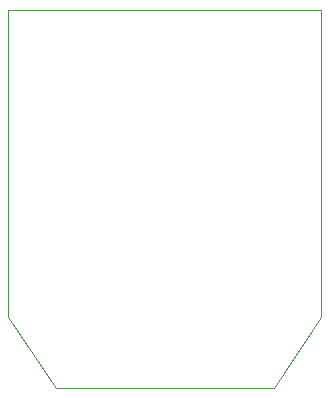
<source format=gm1>
G04 #@! TF.GenerationSoftware,KiCad,Pcbnew,(5.1.9)-1*
G04 #@! TF.CreationDate,2021-08-03T23:26:31+09:00*
G04 #@! TF.ProjectId,IMU_BNO055_20210802,494d555f-424e-44f3-9035-355f32303231,rev?*
G04 #@! TF.SameCoordinates,PX6dac2c0PY6dac2c0*
G04 #@! TF.FileFunction,Profile,NP*
%FSLAX46Y46*%
G04 Gerber Fmt 4.6, Leading zero omitted, Abs format (unit mm)*
G04 Created by KiCad (PCBNEW (5.1.9)-1) date 2021-08-03 23:26:31*
%MOMM*%
%LPD*%
G01*
G04 APERTURE LIST*
G04 #@! TA.AperFunction,Profile*
%ADD10C,0.100000*%
G04 #@! TD*
G04 APERTURE END LIST*
D10*
X30500000Y11000000D02*
X26500000Y5000000D01*
X4000000Y11000000D02*
X8000000Y5000000D01*
X4000000Y11000000D02*
X4000000Y37000000D01*
X26500000Y5000000D02*
X8000000Y5000000D01*
X30500000Y37000000D02*
X30500000Y11000000D01*
X4000000Y37000000D02*
X30500000Y37000000D01*
M02*

</source>
